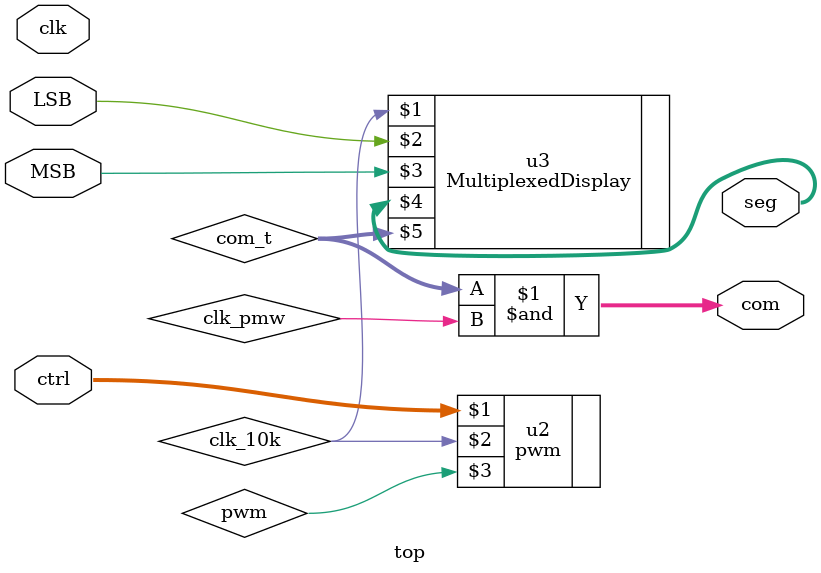
<source format=v>


module top(
input			clk,
input			LSB,
input			MSB,
input	[7:0]	ctrl,
output	[1:0]	com,
output	[6:0]	seg
);
wire		clk_pwm;
wire [1:0]	com_t;
clkdiv_10k			u1(clk, clk10k);

pwm					u2(ctrl, clk_10k, pwm);
MultiplexedDisplay	u3(clk_10k, LSB, MSB, seg, com_t);
assign com = com_t & clk_pmw;
endmodule

</source>
